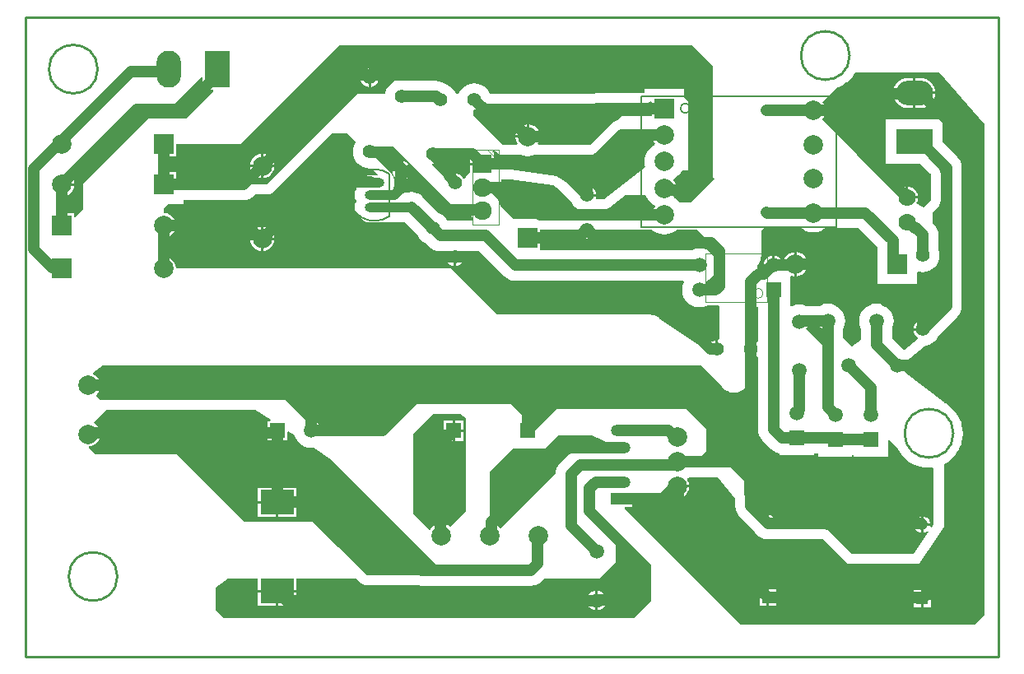
<source format=gbl>
G04*
G04 #@! TF.GenerationSoftware,Altium Limited,Altium Designer,19.0.15 (446)*
G04*
G04 Layer_Physical_Order=2*
G04 Layer_Color=16711680*
%FSLAX24Y24*%
%MOIN*%
G70*
G01*
G75*
%ADD10R,0.1378X0.0984*%
%ADD11C,0.0450*%
%ADD12C,0.0400*%
%ADD13C,0.0100*%
%ADD14C,0.0039*%
%ADD15C,0.0079*%
%ADD16R,0.1500X0.1000*%
%ADD17O,0.1500X0.1000*%
%ADD18C,0.0787*%
%ADD19C,0.0591*%
%ADD20R,0.0630X0.0630*%
%ADD21R,0.0591X0.0591*%
%ADD22C,0.0472*%
%ADD23R,0.0472X0.0472*%
%ADD24C,0.0700*%
%ADD25C,0.0551*%
%ADD26R,0.0787X0.0787*%
%ADD27R,0.0591X0.0591*%
%ADD28C,0.0756*%
%ADD29R,0.0756X0.0756*%
%ADD30R,0.0787X0.0787*%
%ADD31O,0.1000X0.1500*%
%ADD32R,0.1000X0.1500*%
%ADD33O,0.0787X0.0394*%
%ADD34O,0.0787X0.0394*%
%ADD35O,0.0787X0.0472*%
%ADD36R,0.0787X0.0472*%
G36*
X25385Y22483D02*
Y22242D01*
X25878D01*
Y22142D01*
X25385D01*
Y21900D01*
X24150D01*
X23970Y21720D01*
X23907Y21701D01*
X23798Y21643D01*
X23703Y21565D01*
X22877Y20739D01*
X20776D01*
X20754Y20784D01*
X20781Y20819D01*
X20831Y20939D01*
X20841Y21018D01*
X20350D01*
X19859D01*
X19869Y20939D01*
X19919Y20819D01*
X19946Y20784D01*
X19924Y20739D01*
X19335D01*
X18150Y21924D01*
Y22138D01*
X18188Y22171D01*
X18189Y22171D01*
X18287Y22184D01*
X18378Y22222D01*
X18457Y22282D01*
X18517Y22361D01*
X18552Y22444D01*
X18601Y22469D01*
X18625Y22451D01*
X18723Y22410D01*
X18827Y22397D01*
X18827Y22397D01*
X22994D01*
X23000Y22397D01*
X23007Y22397D01*
X23053Y22404D01*
X23092Y22409D01*
X23162Y22416D01*
X25085D01*
X25189Y22430D01*
X25286Y22470D01*
X25335Y22507D01*
X25385Y22483D01*
D02*
G37*
G36*
X25380Y21121D02*
X25397Y20992D01*
X25447Y20872D01*
X25499Y20804D01*
X25485Y20740D01*
X25435Y20713D01*
X25314Y20614D01*
X25215Y20493D01*
X25142Y20355D01*
X25096Y20206D01*
X25081Y20050D01*
X25096Y19894D01*
X25117Y19825D01*
X23464Y18540D01*
X23140D01*
X23112Y18581D01*
X23116Y18591D01*
X23122Y18639D01*
X22750D01*
Y18689D01*
X22700D01*
Y19061D01*
X22652Y19055D01*
X22561Y19017D01*
X22482Y18957D01*
X22432Y18892D01*
X21522Y19472D01*
X18978Y19823D01*
Y19900D01*
X18500D01*
X18022D01*
Y19623D01*
X17947Y19562D01*
X17850Y19443D01*
X17818Y19383D01*
X17743Y19352D01*
X17728Y19389D01*
X17668Y19468D01*
X17589Y19528D01*
X17498Y19566D01*
X17450Y19572D01*
Y19200D01*
X17350D01*
Y19572D01*
X17302Y19566D01*
X17211Y19528D01*
X17132Y19468D01*
X17078Y19398D01*
X17022Y19383D01*
X16478Y19927D01*
X16490Y19952D01*
X16504Y19972D01*
X16598Y19984D01*
X16689Y20022D01*
X16768Y20082D01*
X16828Y20161D01*
X16866Y20252D01*
X16872Y20300D01*
X16500D01*
Y20400D01*
X16923D01*
D01*
X18022D01*
Y20000D01*
X18500D01*
X18978D01*
Y20428D01*
X18943D01*
X18924Y20474D01*
X18977Y20527D01*
X19049Y20454D01*
X19133Y20390D01*
X19230Y20349D01*
X19335Y20336D01*
X19335Y20336D01*
X19924D01*
X19937Y20337D01*
X19950Y20336D01*
X19989Y20344D01*
X20015Y20347D01*
X20045Y20331D01*
X20194Y20286D01*
X20350Y20271D01*
X20506Y20286D01*
X20655Y20331D01*
X20686Y20347D01*
X20711Y20344D01*
X20750Y20336D01*
X20763Y20337D01*
X20776Y20336D01*
X22877D01*
X22877Y20336D01*
X22982Y20349D01*
X23079Y20390D01*
X23162Y20454D01*
X23830Y21121D01*
X25380Y21121D01*
D02*
G37*
G36*
X27850Y23900D02*
Y19411D01*
X27900Y19361D01*
X26939Y18400D01*
X26502D01*
X26442Y18472D01*
X26321Y18571D01*
X26271Y18598D01*
X26254Y18658D01*
X26310Y18730D01*
X26359Y18850D01*
X26370Y18929D01*
X25878D01*
Y19029D01*
X26370D01*
X26359Y19108D01*
X26310Y19228D01*
X26254Y19301D01*
X26271Y19360D01*
X26321Y19387D01*
X26442Y19486D01*
X26541Y19607D01*
X26582Y19683D01*
X26599Y19700D01*
X26850D01*
Y22500D01*
X26672Y22678D01*
Y22985D01*
X25085D01*
Y22820D01*
X23142D01*
X23019Y22808D01*
X22994Y22800D01*
X18827D01*
X18815Y22812D01*
X18753Y22927D01*
X18669Y23030D01*
X18566Y23114D01*
X18449Y23177D01*
X18321Y23216D01*
X18189Y23229D01*
X18057Y23216D01*
X17929Y23177D01*
X17812Y23114D01*
X17709Y23030D01*
X17625Y22927D01*
X17562Y22810D01*
X17559Y22800D01*
X17441D01*
X17438Y22810D01*
X17375Y22927D01*
X17291Y23030D01*
X17188Y23114D01*
X17071Y23177D01*
X17018Y23193D01*
X16983Y23222D01*
X16874Y23280D01*
X16756Y23316D01*
X16634Y23328D01*
X15507D01*
X15382Y23366D01*
X15250Y23379D01*
X15118Y23366D01*
X14990Y23327D01*
X14873Y23264D01*
X14770Y23180D01*
X14686Y23077D01*
X14623Y22960D01*
X14584Y22832D01*
X14581Y22800D01*
X13444D01*
X9768Y19124D01*
X6103D01*
Y19617D01*
X5609D01*
Y20280D01*
X6103D01*
Y20774D01*
X8750D01*
X12726Y24750D01*
X27000D01*
X27850Y23900D01*
D02*
G37*
G36*
X7184Y23469D02*
Y22950D01*
X7612D01*
X7632Y22904D01*
X6528Y21800D01*
X5000D01*
X2350Y19150D01*
Y18123D01*
X2031Y17804D01*
X1985Y17823D01*
Y17967D01*
X1491D01*
Y18626D01*
X1620Y18643D01*
X1740Y18692D01*
X1843Y18772D01*
X1922Y18875D01*
X1972Y18995D01*
X1982Y19074D01*
X1491D01*
Y19174D01*
X1982D01*
X1972Y19253D01*
X1922Y19373D01*
X1843Y19476D01*
X1807Y19504D01*
X1803Y19553D01*
X4400Y22150D01*
X5800D01*
X7138Y23488D01*
X7184Y23469D01*
D02*
G37*
G36*
X25159Y18641D02*
X25215Y18536D01*
X25314Y18415D01*
X25435Y18316D01*
X25485Y18289D01*
X25499Y18225D01*
X25447Y18157D01*
X25397Y18037D01*
X25387Y17958D01*
X25878D01*
Y17858D01*
X25387D01*
X25397Y17779D01*
X25416Y17734D01*
X25397Y17702D01*
X25381Y17687D01*
X23315D01*
X23314Y17688D01*
X23230Y17791D01*
X23127Y17875D01*
X23010Y17938D01*
X22890Y17975D01*
X22886Y18000D01*
X22890Y18025D01*
X23010Y18062D01*
X23127Y18125D01*
X23141Y18136D01*
X23464D01*
X23491Y18140D01*
X23519Y18140D01*
X23543Y18147D01*
X23568Y18150D01*
X23594Y18161D01*
X23620Y18168D01*
X23642Y18181D01*
X23665Y18190D01*
X23687Y18207D01*
X23711Y18221D01*
X24327Y18700D01*
X25100D01*
X25159Y18641D01*
D02*
G37*
G36*
X21380Y19085D02*
X21618Y18933D01*
X22124Y18427D01*
X22186Y18312D01*
X22270Y18209D01*
X22373Y18125D01*
X22490Y18062D01*
X22610Y18025D01*
X22614Y18000D01*
X22610Y17975D01*
X22490Y17938D01*
X22373Y17875D01*
X22270Y17791D01*
X22186Y17688D01*
X22185Y17687D01*
X21144D01*
Y17744D01*
X19765D01*
X19257Y18252D01*
X19222Y18367D01*
X19150Y18502D01*
X19053Y18621D01*
X18934Y18718D01*
X18927Y18722D01*
X18917Y18768D01*
X18966Y18884D01*
X18975Y18959D01*
X18500D01*
Y19059D01*
X18975D01*
X18967Y19122D01*
X18997Y19172D01*
X19278D01*
Y19322D01*
X19659D01*
X21380Y19085D01*
D02*
G37*
G36*
X17150Y18432D02*
Y18300D01*
X18034D01*
X18061Y18258D01*
X18034Y18193D01*
X18024Y18118D01*
X18500D01*
Y18018D01*
X18024D01*
X18034Y17943D01*
X18083Y17827D01*
X18159Y17728D01*
X18156Y17709D01*
X18145Y17678D01*
X17091D01*
X17064Y17727D01*
X16980Y17830D01*
X16877Y17914D01*
X16762Y17976D01*
X16094Y18644D01*
X15999Y18722D01*
X15890Y18780D01*
X15773Y18816D01*
X15650Y18828D01*
X15527Y18816D01*
X15484Y18803D01*
X14847D01*
Y18870D01*
X14901Y18970D01*
X14935Y19083D01*
X14947Y19200D01*
X14935Y19317D01*
X14901Y19430D01*
X14847Y19530D01*
Y19553D01*
X14218Y20182D01*
X14278Y20261D01*
X14316Y20352D01*
X14322Y20400D01*
X13950D01*
Y20500D01*
X14322D01*
X14316Y20548D01*
X14294Y20600D01*
X14328Y20650D01*
X14932D01*
X17150Y18432D01*
D02*
G37*
G36*
X27950Y16550D02*
X28100D01*
Y15773D01*
X28100Y15769D01*
Y15122D01*
X27828Y14850D01*
X27699D01*
X27685Y14953D01*
X27645Y15049D01*
X27582Y15132D01*
X27553Y15154D01*
X27562Y15203D01*
X27567Y15205D01*
X27688Y15269D01*
X27794Y15356D01*
X27881Y15462D01*
X27945Y15583D01*
X27985Y15714D01*
X27999Y15850D01*
X27985Y15986D01*
X27945Y16117D01*
X27881Y16238D01*
X27794Y16344D01*
X27688Y16431D01*
X27567Y16495D01*
X27436Y16535D01*
X27300Y16549D01*
X27164Y16535D01*
X27033Y16495D01*
X27000Y16478D01*
X20844D01*
Y16900D01*
X20350D01*
Y17000D01*
X20844D01*
Y17284D01*
X22375D01*
X22384Y17213D01*
X22422Y17122D01*
X22482Y17043D01*
X22561Y16983D01*
X22652Y16945D01*
X22750Y16932D01*
X22848Y16945D01*
X22939Y16983D01*
X23018Y17043D01*
X23078Y17122D01*
X23116Y17213D01*
X23125Y17284D01*
X25388D01*
X25435Y17245D01*
X25573Y17171D01*
X25723Y17126D01*
X25878Y17111D01*
X26034Y17126D01*
X26184Y17171D01*
X26321Y17245D01*
X26402Y17311D01*
X27189D01*
X27950Y16550D01*
D02*
G37*
G36*
X37445Y19989D02*
X37485Y19939D01*
X37506Y19901D01*
X37518Y19859D01*
X37525Y19796D01*
Y14220D01*
X37518Y14157D01*
X37506Y14115D01*
X37485Y14076D01*
X37445Y14027D01*
X36915Y13497D01*
X36905Y13485D01*
X36893Y13476D01*
X36762Y13345D01*
X36710Y13363D01*
X36678Y13439D01*
X36618Y13518D01*
X36539Y13578D01*
X36448Y13616D01*
X36400Y13622D01*
Y13250D01*
X36350D01*
Y13200D01*
X35978D01*
X35984Y13152D01*
X36022Y13061D01*
X36082Y12982D01*
X36143Y12935D01*
X36146Y12931D01*
X36149Y12885D01*
X36146Y12874D01*
X35604Y12436D01*
X35586Y12445D01*
X35550Y12456D01*
X35117Y12890D01*
Y13342D01*
X35154Y13464D01*
X35167Y13600D01*
X35154Y13736D01*
X35114Y13867D01*
X35049Y13988D01*
X34963Y14094D01*
X34857Y14181D01*
X34736Y14245D01*
X34605Y14285D01*
X34469Y14299D01*
X34332Y14285D01*
X34201Y14245D01*
X34080Y14181D01*
X33974Y14094D01*
X33888Y13988D01*
X33823Y13867D01*
X33783Y13736D01*
X33770Y13600D01*
X33783Y13464D01*
X33823Y13333D01*
X33861Y13262D01*
Y12838D01*
X33487Y12552D01*
X33480Y12556D01*
X33128Y12908D01*
Y13300D01*
X33145Y13333D01*
X33185Y13464D01*
X33199Y13600D01*
X33185Y13736D01*
X33145Y13867D01*
X33081Y13988D01*
X32994Y14094D01*
X32888Y14181D01*
X32767Y14245D01*
X32636Y14285D01*
X32500Y14299D01*
X32364Y14285D01*
X32233Y14245D01*
X32171Y14212D01*
X31621D01*
X31617Y14214D01*
X31486Y14254D01*
X31350Y14267D01*
X31214Y14254D01*
X31083Y14214D01*
X31038Y14190D01*
X30995Y14216D01*
Y15402D01*
X31037Y15429D01*
X31062Y15419D01*
X31141Y15409D01*
Y15900D01*
Y16391D01*
X31062Y16381D01*
X30942Y16331D01*
X30839Y16252D01*
X30760Y16149D01*
X30710Y16029D01*
X30709Y16025D01*
X30658Y16018D01*
X30645Y16049D01*
X30582Y16132D01*
X30499Y16195D01*
X30403Y16235D01*
X30350Y16242D01*
Y15850D01*
X30300D01*
Y15800D01*
X29908D01*
X29915Y15747D01*
X29955Y15651D01*
X29997Y15595D01*
X29973Y15545D01*
X29650D01*
Y15854D01*
X29662Y15871D01*
X29688Y15900D01*
X29710Y15933D01*
X29728Y15968D01*
X29747Y16002D01*
X29762Y16038D01*
X29772Y16076D01*
X29785Y16114D01*
X29793Y16152D01*
X29795Y16191D01*
X29800Y16231D01*
Y17259D01*
X29910Y17369D01*
X29916Y17367D01*
X30039Y17355D01*
X31436D01*
X31479Y17320D01*
X31616Y17246D01*
X31766Y17201D01*
X31922Y17186D01*
X32077Y17201D01*
X32227Y17246D01*
X32365Y17320D01*
X32408Y17355D01*
X33757D01*
X34512Y16600D01*
Y16069D01*
X34515Y16038D01*
Y15106D01*
X36103D01*
Y15577D01*
X36143Y15607D01*
X36218Y15584D01*
X36350Y15571D01*
X36482Y15584D01*
X36610Y15623D01*
X36727Y15686D01*
X36830Y15770D01*
X36914Y15873D01*
X36977Y15990D01*
X37016Y16118D01*
X37029Y16250D01*
X37016Y16382D01*
X36978Y16507D01*
Y17086D01*
X36966Y17209D01*
X36930Y17327D01*
X36872Y17435D01*
X36794Y17530D01*
X36751Y17573D01*
Y17981D01*
X36957Y18187D01*
X37021Y18270D01*
X37062Y18368D01*
X37075Y18472D01*
X37075Y18472D01*
Y19556D01*
X37075Y19556D01*
X37062Y19660D01*
X37021Y19757D01*
X36957Y19841D01*
X36582Y20216D01*
X36603Y20266D01*
X36850D01*
Y20513D01*
X36900Y20533D01*
X37445Y19989D01*
D02*
G37*
G36*
X29605Y14589D02*
Y14155D01*
X29672D01*
Y12769D01*
X29622Y12745D01*
X29578Y12778D01*
X29487Y12816D01*
X29439Y12822D01*
Y12450D01*
Y12078D01*
X29487Y12084D01*
X29578Y12122D01*
X29622Y12155D01*
X29672Y12131D01*
Y9214D01*
X29684Y9091D01*
X29720Y8973D01*
X29778Y8865D01*
X29856Y8770D01*
X30220Y8406D01*
X30315Y8328D01*
X30423Y8270D01*
X30541Y8234D01*
X30555Y8233D01*
Y8155D01*
X31945D01*
Y8222D01*
X32105D01*
Y8105D01*
X33495D01*
Y8172D01*
X33555D01*
Y8105D01*
X34945D01*
Y8771D01*
X34991Y8790D01*
X35323Y8458D01*
X35337Y8426D01*
X35356Y8392D01*
X35374Y8356D01*
X35482Y8195D01*
X35508Y8166D01*
X35532Y8134D01*
X35669Y7997D01*
X35700Y7973D01*
X35730Y7947D01*
X35891Y7839D01*
X35927Y7822D01*
X35961Y7802D01*
X36140Y7728D01*
X36178Y7717D01*
X36216Y7705D01*
X36406Y7667D01*
X36445Y7664D01*
X36485Y7659D01*
X36679D01*
X36718Y7664D01*
X36747Y7666D01*
X36783Y7646D01*
X36797Y7635D01*
Y5380D01*
X36703Y5237D01*
X36658Y5260D01*
X36659Y5262D01*
X36664Y5300D01*
X36381D01*
Y5017D01*
X36419Y5022D01*
X36501Y5056D01*
X36548Y5092D01*
X36585Y5058D01*
X35992Y4153D01*
X33480D01*
X32576Y5057D01*
X32493Y5121D01*
X32395Y5162D01*
X32291Y5175D01*
X32291Y5175D01*
X30389D01*
X30367Y5220D01*
X30375Y5230D01*
X30409Y5312D01*
X30414Y5350D01*
X30082D01*
Y5400D01*
X30031D01*
Y5733D01*
X29994Y5728D01*
X29912Y5694D01*
X29842Y5640D01*
X29788Y5570D01*
X29754Y5488D01*
X29753Y5480D01*
X29706Y5464D01*
X29244Y5926D01*
X29204Y5975D01*
X29183Y6013D01*
X29171Y6055D01*
X29164Y6118D01*
Y6393D01*
X29160Y6425D01*
X29159Y6458D01*
X29153Y6477D01*
X29151Y6498D01*
X29138Y6528D01*
X29129Y6559D01*
X29118Y6576D01*
X29118Y6576D01*
Y7132D01*
X28443Y7807D01*
X28461Y7854D01*
X29118Y7895D01*
Y7900D01*
X27215D01*
X27196Y7946D01*
X27582Y8332D01*
Y9482D01*
X27600Y9500D01*
X26850Y10250D01*
X21600D01*
X21050Y9700D01*
X20500D01*
X20400Y9600D01*
X19650Y10350D01*
Y10450D01*
X15850D01*
X14550Y9150D01*
X11988D01*
X11974Y9253D01*
X11934Y9349D01*
X11871Y9432D01*
X11788Y9495D01*
X11692Y9535D01*
X11639Y9542D01*
Y9150D01*
X11539D01*
Y9542D01*
X11486Y9535D01*
X11436Y9514D01*
X10550Y10400D01*
X3050D01*
X2885Y10565D01*
X2889Y10615D01*
X2911Y10632D01*
X2991Y10735D01*
X3040Y10855D01*
X3051Y10934D01*
X2559D01*
Y11034D01*
X3051D01*
X3040Y11113D01*
X2991Y11233D01*
X2911Y11336D01*
X2808Y11416D01*
X2741Y11443D01*
X2738Y11493D01*
X2750Y11500D01*
X3150Y11800D01*
X27394Y11800D01*
X28160Y11034D01*
X28160Y11034D01*
X28173Y11011D01*
X28184Y10987D01*
X28200Y10966D01*
X28213Y10943D01*
X28232Y10924D01*
X28248Y10903D01*
X28303Y10848D01*
X28324Y10832D01*
X28340Y10815D01*
X28343Y10813D01*
X28366Y10800D01*
X28387Y10784D01*
X28411Y10773D01*
X28434Y10760D01*
X28506Y10730D01*
X28532Y10723D01*
X28556Y10713D01*
X28583Y10710D01*
X28608Y10703D01*
X28635D01*
X28661Y10700D01*
X28739D01*
X28765Y10703D01*
X28792D01*
X28817Y10710D01*
X28844Y10713D01*
X28868Y10723D01*
X28894Y10730D01*
X28966Y10760D01*
X28989Y10773D01*
X29013Y10784D01*
X29034Y10800D01*
X29057Y10813D01*
X29076Y10832D01*
X29097Y10848D01*
X29152Y10903D01*
X29168Y10924D01*
X29187Y10943D01*
X29200Y10966D01*
X29216Y10987D01*
X29227Y11011D01*
X29240Y11034D01*
X29270Y11106D01*
X29277Y11132D01*
X29287Y11156D01*
X29290Y11183D01*
X29297Y11208D01*
Y11235D01*
X29300Y11261D01*
Y11775D01*
Y12045D01*
X29338Y12078D01*
X29339Y12078D01*
Y12450D01*
Y12822D01*
X29338Y12822D01*
X29300Y12855D01*
Y14350D01*
X29559Y14609D01*
X29605Y14589D01*
D02*
G37*
G36*
X32138Y13759D02*
X32115Y13703D01*
X32108Y13650D01*
X32500D01*
Y13600D01*
X32550D01*
Y13208D01*
X32603Y13215D01*
X32643Y13196D01*
X32650Y13175D01*
X32510Y12471D01*
X32462Y12456D01*
X31632Y13287D01*
X31695Y13369D01*
X31735Y13465D01*
X31742Y13519D01*
X31350D01*
Y13619D01*
X31742D01*
X31735Y13672D01*
X31699Y13759D01*
X31720Y13809D01*
X32105D01*
X32138Y13759D01*
D02*
G37*
G36*
X13400Y20845D02*
X13386Y20827D01*
X13323Y20710D01*
X13284Y20582D01*
X13271Y20450D01*
X13284Y20318D01*
X13323Y20190D01*
X13386Y20073D01*
X13470Y19970D01*
X13573Y19886D01*
X13690Y19823D01*
X13818Y19784D01*
X13950Y19771D01*
X14049Y19781D01*
X14284Y19546D01*
X14265Y19499D01*
X13953D01*
X13876Y19489D01*
X13803Y19459D01*
X13741Y19412D01*
X13694Y19350D01*
X13664Y19277D01*
X13656Y19218D01*
X13620Y19199D01*
X13529Y19124D01*
X13454Y19033D01*
X13399Y18930D01*
X13365Y18817D01*
X13353Y18700D01*
X13365Y18583D01*
X13399Y18470D01*
X13410Y18450D01*
X13399Y18430D01*
X13365Y18317D01*
X13353Y18200D01*
X13365Y18083D01*
X13399Y17970D01*
X13454Y17867D01*
X13529Y17776D01*
X13620Y17701D01*
X13724Y17646D01*
X13836Y17612D01*
X13953Y17600D01*
X14118D01*
X14150Y17597D01*
X15365D01*
X15874Y17088D01*
X15936Y16973D01*
X16020Y16870D01*
X16123Y16786D01*
X16238Y16724D01*
X16356Y16606D01*
X16451Y16528D01*
X16560Y16470D01*
X16677Y16434D01*
X16800Y16422D01*
X17039D01*
X17065Y16372D01*
X17034Y16298D01*
X17028Y16250D01*
X17400D01*
X17772D01*
X17766Y16298D01*
X17735Y16372D01*
X17761Y16422D01*
X18390D01*
X19406Y15406D01*
X19501Y15328D01*
X19610Y15270D01*
X19727Y15234D01*
X19850Y15222D01*
X26662D01*
X26688Y15179D01*
X26655Y15117D01*
X26615Y14986D01*
X26601Y14850D01*
X26615Y14714D01*
X26655Y14583D01*
X26719Y14462D01*
X26806Y14356D01*
X26912Y14269D01*
X27033Y14205D01*
X27164Y14165D01*
X27300Y14151D01*
X27436Y14165D01*
X27567Y14205D01*
X27600Y14222D01*
X27950D01*
X28050Y14232D01*
X28100Y14196D01*
Y12868D01*
X28061Y12832D01*
Y12450D01*
X27961D01*
Y12822D01*
X27913Y12816D01*
X27822Y12778D01*
X27743Y12718D01*
X27683Y12639D01*
X27645Y12548D01*
X27643Y12536D01*
X27604Y12505D01*
X27424Y12530D01*
X25717Y13682D01*
X25697Y13702D01*
X25676Y13718D01*
X25657Y13737D01*
X25634Y13750D01*
X25613Y13766D01*
X25589Y13777D01*
X25566Y13790D01*
X25494Y13820D01*
X25468Y13827D01*
X25444Y13837D01*
X25417Y13840D01*
X25392Y13847D01*
X25365D01*
X25339Y13850D01*
X19100D01*
X17226Y15724D01*
X6107D01*
X6090Y15853D01*
X6040Y15973D01*
X5961Y16076D01*
X5858Y16155D01*
X5738Y16205D01*
X5609Y16222D01*
Y16976D01*
X5738Y16993D01*
X5858Y17042D01*
X5961Y17122D01*
X6040Y17225D01*
X6090Y17345D01*
X6100Y17424D01*
X5609D01*
Y17524D01*
X6100D01*
X6090Y17602D01*
X6040Y17723D01*
X5961Y17826D01*
X5858Y17905D01*
X5738Y17955D01*
X5609Y17972D01*
Y18159D01*
X5780Y18330D01*
X6403D01*
Y18496D01*
X8841D01*
X8964Y18508D01*
X9082Y18543D01*
X9190Y18601D01*
X9285Y18680D01*
X9326Y18720D01*
X9768D01*
X9873Y18734D01*
X9970Y18774D01*
X10053Y18838D01*
X10053Y18838D01*
X12410Y21194D01*
X13050D01*
X13400Y20845D01*
D02*
G37*
G36*
X17850Y9653D02*
Y5900D01*
X17202Y5252D01*
X17099Y5331D01*
X16979Y5381D01*
X16900Y5391D01*
Y4900D01*
X16800D01*
Y5391D01*
X16721Y5381D01*
X16601Y5331D01*
X16498Y5252D01*
X16420Y5151D01*
X16413Y5143D01*
X16363Y5137D01*
X15700Y5800D01*
Y9000D01*
X15710D01*
X16532Y9822D01*
X17622D01*
X17850Y9653D01*
D02*
G37*
G36*
X23380Y8750D02*
X23490Y8698D01*
X23472Y8717D01*
X23462Y8729D01*
X23471Y8722D01*
X23490Y8698D01*
X23587Y8618D01*
X23634Y8594D01*
X23615Y8549D01*
X23610Y8511D01*
X23939D01*
X23943Y8511D01*
X24100D01*
Y8411D01*
X23943D01*
X23939Y8411D01*
X23583D01*
X23574Y8400D01*
X22486D01*
X22363Y8388D01*
X22245Y8352D01*
X22137Y8294D01*
X22042Y8216D01*
X21656Y7830D01*
X21578Y7735D01*
X21520Y7627D01*
X21484Y7509D01*
X21476Y7426D01*
X19255Y5205D01*
X19205Y5208D01*
X19171Y5252D01*
X19067Y5331D01*
X18947Y5381D01*
X18819Y5398D01*
Y7509D01*
X19745Y8435D01*
X21065D01*
X21580Y8950D01*
X22950D01*
X23380Y8750D01*
D02*
G37*
G36*
X38850Y21550D02*
Y21000D01*
Y1700D01*
X38450Y1300D01*
X28981D01*
X24269Y6012D01*
X24288Y6058D01*
X24594D01*
Y6344D01*
X24100D01*
Y6444D01*
X24257D01*
X24261Y6444D01*
X24594D01*
Y6500D01*
X25937D01*
X25994Y6557D01*
X26044Y6553D01*
X26048Y6548D01*
X26151Y6469D01*
X26271Y6419D01*
X26350Y6409D01*
Y6900D01*
X26400D01*
Y6950D01*
X26891D01*
X26881Y7029D01*
X26831Y7149D01*
X26810Y7176D01*
X26821Y7225D01*
X26843Y7237D01*
X26886Y7272D01*
X28045D01*
X28759Y6396D01*
X28760Y6393D01*
Y6373D01*
X28761Y6367D01*
Y6099D01*
X28773Y5976D01*
X28809Y5858D01*
X28848Y5785D01*
X28848Y5785D01*
X28867Y5750D01*
X28892Y5719D01*
X28892Y5719D01*
X28945Y5655D01*
X29420Y5179D01*
X29545Y5055D01*
X29550Y5045D01*
X29629Y4948D01*
X29726Y4868D01*
X29837Y4809D01*
X29957Y4773D01*
X30082Y4761D01*
X30196Y4772D01*
X32264D01*
X32290Y4769D01*
X32310Y4753D01*
X33195Y3868D01*
X33195Y3868D01*
X33195Y3868D01*
X33313Y3750D01*
X33480D01*
X33480Y3750D01*
X33480Y3750D01*
X36209D01*
X36329Y3932D01*
X36746Y4567D01*
X37200Y5259D01*
Y7801D01*
X37202Y7802D01*
X37236Y7822D01*
X37272Y7839D01*
X37433Y7947D01*
X37463Y7973D01*
X37494Y7997D01*
X37631Y8134D01*
X37656Y8166D01*
X37682Y8195D01*
X37789Y8356D01*
X37807Y8392D01*
X37827Y8426D01*
X37901Y8605D01*
X37911Y8644D01*
X37924Y8681D01*
X37962Y8871D01*
X37964Y8911D01*
X37969Y8950D01*
Y9144D01*
X37964Y9183D01*
X37962Y9222D01*
X37924Y9413D01*
X37911Y9450D01*
X37901Y9488D01*
X37827Y9667D01*
X37807Y9702D01*
X37789Y9737D01*
X37682Y9898D01*
X37656Y9928D01*
X37631Y9960D01*
X37494Y10097D01*
X37463Y10121D01*
X37433Y10147D01*
X37272Y10255D01*
X37237Y10272D01*
X37202Y10292D01*
X37200Y10293D01*
Y10349D01*
X37191Y10344D01*
X35633Y11502D01*
X35626Y11551D01*
X35664Y11601D01*
X35704Y11697D01*
X35711Y11750D01*
X35319D01*
Y11850D01*
X35711D01*
X35704Y11903D01*
X35674Y11974D01*
X36422Y12578D01*
X36482Y12584D01*
X36610Y12623D01*
X36727Y12686D01*
X36830Y12770D01*
X36914Y12873D01*
X36976Y12988D01*
X37179Y13191D01*
X37200Y13208D01*
Y13212D01*
X37744Y13756D01*
X37822Y13851D01*
X37841Y13886D01*
X37841Y13886D01*
X37880Y13960D01*
X37916Y14077D01*
X37928Y14200D01*
Y19816D01*
X37916Y19938D01*
X37880Y20056D01*
X37841Y20130D01*
X37841Y20130D01*
X37822Y20165D01*
X37757Y20245D01*
X37757Y20245D01*
X37744Y20260D01*
X37150Y20854D01*
Y21766D01*
X34850D01*
Y19966D01*
X36262D01*
X36653Y19574D01*
X36669Y19554D01*
X36672Y19529D01*
Y18498D01*
X36669Y18473D01*
X36653Y18453D01*
X36388Y18188D01*
X36095Y18363D01*
X36093Y18373D01*
X36138Y18483D01*
X36147Y18550D01*
X35700D01*
Y18600D01*
X35650D01*
Y19047D01*
X35583Y19038D01*
X35473Y18993D01*
X35379Y18921D01*
X35307Y18827D01*
X35296Y18801D01*
X35247Y18791D01*
X32274Y21765D01*
X32353Y21868D01*
X32403Y21988D01*
X32413Y22067D01*
X31922D01*
Y22167D01*
X32413D01*
X32403Y22246D01*
X32353Y22366D01*
X32274Y22469D01*
X32833Y23029D01*
X32841Y23031D01*
X33021Y23105D01*
X33055Y23125D01*
X33090Y23142D01*
X33252Y23250D01*
X33281Y23276D01*
X33313Y23300D01*
X33450Y23437D01*
X33474Y23469D01*
X33500Y23498D01*
X33601Y23650D01*
X37000D01*
X38850Y21550D01*
D02*
G37*
G36*
X9942Y9593D02*
X9927Y9545D01*
X9816D01*
Y9200D01*
X10211D01*
Y9150D01*
X10261D01*
Y8755D01*
X10606D01*
Y9105D01*
X10650Y9129D01*
X10923Y8950D01*
X10944Y8883D01*
X11008Y8762D01*
X11095Y8656D01*
X11201Y8569D01*
X11322Y8505D01*
X11453Y8465D01*
X11589Y8451D01*
X11672Y8460D01*
X12416Y7972D01*
X16862Y3526D01*
X16848Y3478D01*
X15950Y3300D01*
X13876D01*
X13853Y3303D01*
X13851D01*
X13850Y3304D01*
X13831Y3318D01*
X13716Y3431D01*
X11624Y5476D01*
X8874D01*
X6150Y8200D01*
X2850D01*
X2580Y8470D01*
X2598Y8523D01*
X2688Y8535D01*
X2808Y8584D01*
X2911Y8664D01*
X2991Y8767D01*
X3040Y8887D01*
X3051Y8966D01*
X2559D01*
Y9066D01*
X3051D01*
X3040Y9145D01*
X2991Y9265D01*
X2911Y9368D01*
X2814Y9443D01*
X2804Y9462D01*
X2797Y9497D01*
X3297Y9997D01*
X9326D01*
X9942Y9593D01*
D02*
G37*
G36*
X25350Y3719D02*
Y2250D01*
X24650Y1550D01*
X8050D01*
X7700Y1900D01*
Y2784D01*
X8200Y3150D01*
X9411D01*
Y2700D01*
X10200D01*
X10989D01*
Y3150D01*
X13426D01*
X13568Y3011D01*
X13608Y2981D01*
X13648Y2951D01*
X13650Y2950D01*
X13652Y2948D01*
X13699Y2930D01*
X13746Y2910D01*
X13748Y2910D01*
X13750Y2909D01*
X13800Y2903D01*
X13850Y2897D01*
X15883D01*
X15924Y2884D01*
X16047Y2872D01*
X20486D01*
X20609Y2884D01*
X20691Y2909D01*
X20727Y2920D01*
X20835Y2978D01*
X20930Y3056D01*
X21025Y3150D01*
X23250D01*
X24200Y4100D01*
Y4700D01*
X24231D01*
X24300Y4769D01*
X25350Y3719D01*
D02*
G37*
%LPC*%
G36*
X20400Y21560D02*
Y21118D01*
X20841D01*
X20831Y21197D01*
X20781Y21317D01*
X20702Y21420D01*
X20599Y21499D01*
X20479Y21549D01*
X20400Y21560D01*
D02*
G37*
G36*
X20300D02*
X20221Y21549D01*
X20101Y21499D01*
X19998Y21420D01*
X19919Y21317D01*
X19869Y21197D01*
X19859Y21118D01*
X20300D01*
Y21560D01*
D02*
G37*
G36*
X22800Y19061D02*
Y18739D01*
X23122D01*
X23116Y18787D01*
X23078Y18878D01*
X23018Y18957D01*
X22939Y19017D01*
X22848Y19055D01*
X22800Y19061D01*
D02*
G37*
G36*
X14000Y23822D02*
Y23500D01*
X14322D01*
X14316Y23548D01*
X14278Y23639D01*
X14218Y23718D01*
X14139Y23778D01*
X14048Y23816D01*
X14000Y23822D01*
D02*
G37*
G36*
X13900D02*
X13852Y23816D01*
X13761Y23778D01*
X13682Y23718D01*
X13622Y23639D01*
X13584Y23548D01*
X13578Y23500D01*
X13900D01*
Y23822D01*
D02*
G37*
G36*
X14322Y23400D02*
X14000D01*
Y23078D01*
X14048Y23084D01*
X14139Y23122D01*
X14218Y23182D01*
X14278Y23261D01*
X14316Y23352D01*
X14322Y23400D01*
D02*
G37*
G36*
X13900D02*
X13578D01*
X13584Y23352D01*
X13622Y23261D01*
X13682Y23182D01*
X13761Y23122D01*
X13852Y23084D01*
X13900Y23078D01*
Y23400D01*
D02*
G37*
G36*
X9650Y20368D02*
Y19926D01*
X10091D01*
X10081Y20005D01*
X10031Y20125D01*
X9952Y20228D01*
X9849Y20308D01*
X9729Y20357D01*
X9650Y20368D01*
D02*
G37*
G36*
X9550D02*
X9471Y20357D01*
X9351Y20308D01*
X9248Y20228D01*
X9169Y20125D01*
X9119Y20005D01*
X9109Y19926D01*
X9550D01*
Y20368D01*
D02*
G37*
G36*
X10091Y19826D02*
X9650D01*
Y19385D01*
X9729Y19395D01*
X9849Y19445D01*
X9952Y19524D01*
X10031Y19627D01*
X10081Y19748D01*
X10091Y19826D01*
D02*
G37*
G36*
X9550D02*
X9109D01*
X9119Y19748D01*
X9169Y19627D01*
X9248Y19524D01*
X9351Y19445D01*
X9471Y19395D01*
X9550Y19385D01*
Y19826D01*
D02*
G37*
G36*
X15300Y20072D02*
Y19750D01*
X15622D01*
X15616Y19798D01*
X15578Y19889D01*
X15518Y19968D01*
X15439Y20028D01*
X15348Y20066D01*
X15300Y20072D01*
D02*
G37*
G36*
X15200D02*
X15152Y20066D01*
X15061Y20028D01*
X14982Y19968D01*
X14922Y19889D01*
X14884Y19798D01*
X14878Y19750D01*
X15200D01*
Y20072D01*
D02*
G37*
G36*
X15622Y19650D02*
X15300D01*
Y19328D01*
X15348Y19334D01*
X15439Y19372D01*
X15518Y19432D01*
X15578Y19511D01*
X15616Y19602D01*
X15622Y19650D01*
D02*
G37*
G36*
X15200D02*
X14878D01*
X14884Y19602D01*
X14922Y19511D01*
X14982Y19432D01*
X15061Y19372D01*
X15152Y19334D01*
X15200Y19328D01*
Y19650D01*
D02*
G37*
G36*
X31241Y16391D02*
Y15950D01*
X31682D01*
X31672Y16029D01*
X31622Y16149D01*
X31543Y16252D01*
X31440Y16331D01*
X31320Y16381D01*
X31241Y16391D01*
D02*
G37*
G36*
X30250Y16242D02*
X30197Y16235D01*
X30101Y16195D01*
X30018Y16132D01*
X29955Y16049D01*
X29915Y15953D01*
X29908Y15900D01*
X30250D01*
Y16242D01*
D02*
G37*
G36*
X31682Y15850D02*
X31241D01*
Y15409D01*
X31320Y15419D01*
X31440Y15469D01*
X31543Y15548D01*
X31622Y15651D01*
X31672Y15771D01*
X31682Y15850D01*
D02*
G37*
G36*
X36300Y13622D02*
X36252Y13616D01*
X36161Y13578D01*
X36082Y13518D01*
X36022Y13439D01*
X35984Y13348D01*
X35978Y13300D01*
X36300D01*
Y13622D01*
D02*
G37*
G36*
X30131Y5733D02*
Y5450D01*
X30414D01*
X30409Y5488D01*
X30375Y5570D01*
X30321Y5640D01*
X30251Y5694D01*
X30169Y5728D01*
X30131Y5733D01*
D02*
G37*
G36*
X36381Y5683D02*
Y5400D01*
X36664D01*
X36659Y5438D01*
X36625Y5520D01*
X36571Y5590D01*
X36501Y5644D01*
X36419Y5678D01*
X36381Y5683D01*
D02*
G37*
G36*
X36281D02*
X36244Y5678D01*
X36162Y5644D01*
X36092Y5590D01*
X36038Y5520D01*
X36004Y5438D01*
X35999Y5400D01*
X36281D01*
Y5683D01*
D02*
G37*
G36*
Y5300D02*
X35999D01*
X36004Y5262D01*
X36038Y5180D01*
X36092Y5110D01*
X36162Y5056D01*
X36244Y5022D01*
X36281Y5017D01*
Y5300D01*
D02*
G37*
G36*
X32450Y13550D02*
X32108D01*
X32115Y13497D01*
X32155Y13401D01*
X32218Y13318D01*
X32301Y13255D01*
X32397Y13215D01*
X32450Y13208D01*
Y13550D01*
D02*
G37*
G36*
X9650Y17415D02*
Y16974D01*
X10091D01*
X10081Y17053D01*
X10031Y17173D01*
X9952Y17276D01*
X9849Y17355D01*
X9729Y17405D01*
X9650Y17415D01*
D02*
G37*
G36*
X9550D02*
X9471Y17405D01*
X9351Y17355D01*
X9248Y17276D01*
X9169Y17173D01*
X9119Y17053D01*
X9109Y16974D01*
X9550D01*
Y17415D01*
D02*
G37*
G36*
X10091Y16874D02*
X9650D01*
Y16432D01*
X9729Y16443D01*
X9849Y16492D01*
X9952Y16572D01*
X10031Y16675D01*
X10081Y16795D01*
X10091Y16874D01*
D02*
G37*
G36*
X9550D02*
X9109D01*
X9119Y16795D01*
X9169Y16675D01*
X9248Y16572D01*
X9351Y16492D01*
X9471Y16443D01*
X9550Y16432D01*
Y16874D01*
D02*
G37*
G36*
X17772Y16150D02*
X17450D01*
Y15828D01*
X17498Y15834D01*
X17589Y15872D01*
X17668Y15932D01*
X17728Y16011D01*
X17766Y16102D01*
X17772Y16150D01*
D02*
G37*
G36*
X17350D02*
X17028D01*
X17034Y16102D01*
X17072Y16011D01*
X17132Y15932D01*
X17211Y15872D01*
X17302Y15834D01*
X17350Y15828D01*
Y16150D01*
D02*
G37*
G36*
X17765Y9565D02*
X17400D01*
Y9200D01*
X17765D01*
Y9565D01*
D02*
G37*
G36*
X17300D02*
X16935D01*
Y9200D01*
X17300D01*
Y9565D01*
D02*
G37*
G36*
X17765Y9100D02*
X17400D01*
Y8735D01*
X17765D01*
Y9100D01*
D02*
G37*
G36*
X17300D02*
X16935D01*
Y8735D01*
X17300D01*
Y9100D01*
D02*
G37*
G36*
X36250Y23437D02*
X36050D01*
Y22884D01*
X36848D01*
X36841Y22952D01*
X36807Y23065D01*
X36751Y23169D01*
X36676Y23261D01*
X36585Y23336D01*
X36481Y23391D01*
X36368Y23426D01*
X36250Y23437D01*
D02*
G37*
G36*
X35950D02*
X35750D01*
X35632Y23426D01*
X35519Y23391D01*
X35415Y23336D01*
X35324Y23261D01*
X35249Y23169D01*
X35193Y23065D01*
X35159Y22952D01*
X35152Y22884D01*
X35950D01*
Y23437D01*
D02*
G37*
G36*
X36848Y22784D02*
X36050D01*
Y22231D01*
X36250D01*
X36368Y22243D01*
X36481Y22277D01*
X36585Y22333D01*
X36676Y22408D01*
X36751Y22499D01*
X36807Y22604D01*
X36841Y22717D01*
X36848Y22784D01*
D02*
G37*
G36*
X35950D02*
X35152D01*
X35159Y22717D01*
X35193Y22604D01*
X35249Y22499D01*
X35324Y22408D01*
X35415Y22333D01*
X35519Y22277D01*
X35632Y22243D01*
X35750Y22231D01*
X35950D01*
Y22784D01*
D02*
G37*
G36*
X35750Y19047D02*
Y18650D01*
X36147D01*
X36138Y18717D01*
X36093Y18827D01*
X36021Y18921D01*
X35927Y18993D01*
X35817Y19038D01*
X35750Y19047D01*
D02*
G37*
G36*
X26891Y6850D02*
X26450D01*
Y6409D01*
X26529Y6419D01*
X26649Y6469D01*
X26752Y6548D01*
X26831Y6651D01*
X26881Y6771D01*
X26891Y6850D01*
D02*
G37*
G36*
X30418Y2736D02*
X30131D01*
Y2450D01*
X30418D01*
Y2736D01*
D02*
G37*
G36*
X30031D02*
X29745D01*
Y2450D01*
X30031D01*
Y2736D01*
D02*
G37*
G36*
X36668Y2686D02*
X36381D01*
Y2400D01*
X36668D01*
Y2686D01*
D02*
G37*
G36*
X36281D02*
X35995D01*
Y2400D01*
X36281D01*
Y2686D01*
D02*
G37*
G36*
X30418Y2350D02*
X30131D01*
Y2064D01*
X30418D01*
Y2350D01*
D02*
G37*
G36*
X30031D02*
X29745D01*
Y2064D01*
X30031D01*
Y2350D01*
D02*
G37*
G36*
X36668Y2300D02*
X36381D01*
Y2014D01*
X36668D01*
Y2300D01*
D02*
G37*
G36*
X36281D02*
X35995D01*
Y2014D01*
X36281D01*
Y2300D01*
D02*
G37*
G36*
X10161Y9100D02*
X9816D01*
Y8755D01*
X10161D01*
Y9100D01*
D02*
G37*
G36*
X10989Y6842D02*
X10250D01*
Y6300D01*
X10989D01*
Y6842D01*
D02*
G37*
G36*
X10150D02*
X9411D01*
Y6300D01*
X10150D01*
Y6842D01*
D02*
G37*
G36*
X10989Y6200D02*
X10250D01*
Y5658D01*
X10989D01*
Y6200D01*
D02*
G37*
G36*
X10150D02*
X9411D01*
Y5658D01*
X10150D01*
Y6200D01*
D02*
G37*
G36*
X23189Y2674D02*
Y2332D01*
X23531D01*
X23524Y2385D01*
X23484Y2481D01*
X23421Y2563D01*
X23338Y2627D01*
X23242Y2667D01*
X23189Y2674D01*
D02*
G37*
G36*
X23089D02*
X23036Y2667D01*
X22940Y2627D01*
X22857Y2563D01*
X22794Y2481D01*
X22754Y2385D01*
X22747Y2332D01*
X23089D01*
Y2674D01*
D02*
G37*
G36*
X10989Y2600D02*
X10250D01*
Y2058D01*
X10989D01*
Y2600D01*
D02*
G37*
G36*
X10150D02*
X9411D01*
Y2058D01*
X10150D01*
Y2600D01*
D02*
G37*
G36*
X23531Y2231D02*
X23189D01*
Y1889D01*
X23242Y1896D01*
X23338Y1936D01*
X23421Y2000D01*
X23484Y2082D01*
X23524Y2178D01*
X23531Y2231D01*
D02*
G37*
G36*
X23089D02*
X22747D01*
X22754Y2178D01*
X22794Y2082D01*
X22857Y2000D01*
X22940Y1936D01*
X23036Y1896D01*
X23089Y1889D01*
Y2231D01*
D02*
G37*
%LPD*%
D10*
X10200Y2650D02*
D03*
Y6250D02*
D03*
D11*
X29389Y7900D02*
Y12450D01*
Y7850D02*
Y7900D01*
X30250D01*
X28150D02*
X29389D01*
Y7039D02*
X30250Y7900D01*
X29389Y6099D02*
Y7039D01*
X28150Y7900D02*
Y8950D01*
X30022Y22117D02*
X31922D01*
X30022Y18000D02*
X30039Y17983D01*
X31922D01*
X32500Y10100D02*
X32800Y9800D01*
X32500Y10100D02*
Y13600D01*
X10568Y2281D02*
X23139D01*
X10200Y2650D02*
X10568Y2281D01*
X11589Y9150D02*
X14489D01*
X2559Y10984D02*
X10766D01*
X10200Y6250D02*
X13297D01*
X18876Y5476D02*
X21861Y8461D01*
X18876Y5095D02*
Y5476D01*
X6384Y22150D02*
X7784Y23550D01*
X4517Y22150D02*
X6384D01*
X1491Y19124D02*
X4517Y22150D01*
X350Y19767D02*
X4274Y23691D01*
X5706D01*
X350Y16515D02*
Y19767D01*
Y16515D02*
X1091Y15774D01*
X18781Y5000D02*
X18876Y5095D01*
X11589Y9150D02*
Y10161D01*
X10766Y10984D02*
X11589Y10161D01*
X10141Y9080D02*
X10211Y9150D01*
X2624Y9080D02*
X10141D01*
X2559Y9016D02*
X2624Y9080D01*
X10211Y6261D02*
Y9150D01*
X10200Y6250D02*
X10211Y6261D01*
X20350Y9150D02*
Y9850D01*
X19750Y10450D02*
X20350Y9850D01*
X15789Y10450D02*
X19750D01*
X14489Y9150D02*
X15789Y10450D01*
X20486Y3500D02*
X20750Y3764D01*
Y5000D01*
X16047Y3500D02*
X20486D01*
X13297Y6250D02*
X16047Y3500D01*
X26850Y10250D02*
X28150Y8950D01*
X21450Y10250D02*
X26850D01*
X20350Y9150D02*
X21450Y10250D01*
X23886Y2300D02*
X24150Y2564D01*
X23157Y2300D02*
X23886D01*
X23139Y2281D02*
X23157Y2300D01*
X24150Y2564D02*
Y4600D01*
X22850Y5900D02*
X24150Y4600D01*
X22850Y5900D02*
Y6819D01*
X23114Y7082D01*
X24099D01*
X24100Y7083D01*
X22100Y7386D02*
X22486Y7772D01*
X24100D01*
X22100Y5289D02*
Y7386D01*
Y5289D02*
X23139Y4250D01*
X16813Y8613D02*
X17350Y9150D01*
X16813Y5000D02*
Y8613D01*
X21861Y8461D02*
X24100D01*
X23133Y4244D02*
X23139Y4250D01*
X26400Y7900D02*
X28150D01*
X26309Y8900D02*
X26400D01*
X26059Y9150D02*
X26309Y8900D01*
X24100Y9150D02*
X26059D01*
X26309Y7900D02*
X26400D01*
X26181Y7772D02*
X26309Y7900D01*
X24100Y7772D02*
X26181D01*
X26309Y6900D02*
X26400D01*
X25803Y6394D02*
X26309Y6900D01*
X24100Y6394D02*
X25803D01*
X30082Y2400D02*
X36381D01*
X26400Y6900D02*
X26465Y6835D01*
Y6017D02*
Y6835D01*
Y6017D02*
X30082Y2400D01*
X11400Y18724D02*
X12324D01*
X9600Y16924D02*
X11400Y18724D01*
X9509Y16924D02*
X9600D01*
X8959Y17474D02*
X9509Y16924D01*
X5609Y17474D02*
X8959D01*
X13274Y23550D02*
X27077D01*
X9600Y19876D02*
X13274Y23550D01*
X9594Y19876D02*
X9600D01*
X8841Y19124D02*
X9594Y19876D01*
X5609Y19124D02*
X8841D01*
X1491Y17474D02*
Y19124D01*
X7784Y23550D02*
Y23800D01*
X5706Y23691D02*
X5816Y23800D01*
X36332Y2350D02*
X36381Y2400D01*
X38250Y4268D02*
Y13650D01*
X36381Y2400D02*
X38250Y4268D01*
X29389Y6099D02*
X30082Y5406D01*
Y5400D02*
Y5406D01*
X31250Y9850D02*
Y9888D01*
X31350Y9988D01*
Y11600D01*
Y13569D02*
X31366Y13584D01*
X32484D01*
X32500Y13600D01*
X33350Y11800D02*
X34250Y10900D01*
Y9800D02*
Y10900D01*
X35319Y11800D02*
X36400D01*
X34489Y12630D02*
Y13580D01*
X34469Y13600D02*
X34489Y13580D01*
Y12630D02*
X35319Y11800D01*
X30300Y9214D02*
X30664Y8850D01*
X30300Y9214D02*
Y14850D01*
X30664Y8850D02*
X31250D01*
X32750D01*
X32800Y8800D01*
X34250D01*
X36350Y13250D02*
Y13900D01*
X35850Y14400D02*
X36350Y13900D01*
X34850Y14400D02*
X35850D01*
X33691Y15560D02*
X34850Y14400D01*
X33500Y15560D02*
X33691D01*
X36325Y5350D02*
X36332D01*
X36275Y5400D02*
X36325Y5350D01*
X30082Y5400D02*
X36275D01*
X38250Y13650D02*
Y20834D01*
X36250Y22834D02*
X38250Y20834D01*
X36000Y22834D02*
X36250D01*
X36400Y11800D02*
X38250Y13650D01*
X33159Y15900D02*
X33500Y15560D01*
X31191Y15900D02*
X33159D01*
X36350Y13250D02*
X37300Y14200D01*
Y19816D01*
X36250Y20866D02*
X37300Y19816D01*
X36000Y20866D02*
X36250D01*
X33867Y20433D02*
Y22117D01*
Y20433D02*
X35700Y18600D01*
X36086Y17350D02*
X36350Y17086D01*
X36018Y17350D02*
X36086D01*
X35768Y17600D02*
X36018Y17350D01*
X35700Y17600D02*
X35768D01*
X36350Y16250D02*
Y17086D01*
X34550Y22800D02*
X35966D01*
X36000Y22834D01*
X33867Y22117D02*
X34550Y22800D01*
X31922Y22117D02*
X33867D01*
X35140Y16069D02*
Y16860D01*
X34017Y17983D02*
X35140Y16860D01*
X31922Y17983D02*
X34017D01*
X27950Y14850D02*
X28100Y15000D01*
X27300Y14850D02*
X27950D01*
X27786Y16750D02*
X28100Y16436D01*
Y15000D02*
Y16436D01*
X35140Y16069D02*
X35309Y15900D01*
X31166Y15875D02*
X31191Y15900D01*
X30325Y15875D02*
X31166D01*
X30300Y15850D02*
X30325Y15875D01*
X27077Y23550D02*
X27327Y23300D01*
X18650Y17050D02*
X19850Y15850D01*
X16800Y17050D02*
X18650D01*
X16500Y17350D02*
X16800Y17050D01*
X19850Y15850D02*
X27300D01*
X25600Y14600D02*
X27750Y12450D01*
X19372Y14600D02*
X25600D01*
X17772Y16200D02*
X19372Y14600D01*
X27750Y12450D02*
X28011D01*
X17400Y16200D02*
X17772D01*
X26735Y18915D02*
X26800Y18850D01*
X25943Y18915D02*
X26735D01*
X25878Y18979D02*
X25943Y18915D01*
X26800Y18850D02*
X27327Y19377D01*
Y23300D01*
X20838Y17912D02*
X25875D01*
X25878Y17908D01*
X24147Y21121D02*
X25878D01*
X23142Y22192D02*
X25878D01*
X22750Y19724D02*
X24147Y21121D01*
X22018Y21068D02*
X23142Y22192D01*
X20350Y21068D02*
X22018D01*
X23311Y16750D02*
X27786D01*
X22750Y17311D02*
X23311Y16750D01*
X22389Y16950D02*
X22750Y17311D01*
X20350Y16950D02*
X22389D01*
X29389Y15189D02*
X29705Y15505D01*
X29917D01*
X30262Y15850D01*
X30300D01*
X29389Y12450D02*
Y15189D01*
X18500Y19009D02*
X19741D01*
X20838Y17912D01*
X21489Y19950D02*
X22750Y18689D01*
X18500Y19950D02*
X21489D01*
X22750Y18689D02*
Y19724D01*
X18915Y21824D02*
X19594D01*
X18189Y22550D02*
X18915Y21824D01*
X19594D02*
X20350Y21068D01*
X12324Y18724D02*
X14847Y16200D01*
X17400D01*
X16784Y22550D02*
X16811D01*
X16634Y22700D02*
X16784Y22550D01*
X15250Y22700D02*
X16634D01*
X15200Y19600D02*
Y19786D01*
X17141Y18109D02*
X18459D01*
X18500Y18068D01*
X15200Y18964D02*
Y19600D01*
X18100Y20350D02*
X18500Y19950D01*
X16500Y20350D02*
X18100D01*
X15650Y18200D02*
X16500Y17350D01*
X17172Y19455D02*
Y19678D01*
Y19455D02*
X17400Y19227D01*
Y19200D02*
Y19227D01*
X16500Y20350D02*
X17172Y19678D01*
X15550Y19700D02*
X17141Y18109D01*
X15200Y19786D02*
X15386Y19600D01*
X14556Y20431D02*
X15200Y19786D01*
X13969Y20431D02*
X14556D01*
X13950Y20450D02*
X13969Y20431D01*
X12828Y19228D02*
X13981D01*
X12324Y18724D02*
X12828Y19228D01*
X17373Y19200D02*
X17400D01*
X17342Y19231D02*
X17373Y19200D01*
X27300Y15850D02*
X27327Y15823D01*
X5609Y15724D02*
Y17474D01*
Y19124D02*
Y20774D01*
X15250Y22700D02*
X15256Y22706D01*
D12*
X14936Y18700D02*
X15200Y18964D01*
X14150Y18700D02*
X14936D01*
X14150Y18200D02*
X15650D01*
D13*
X37584Y9050D02*
G03*
X37584Y9050I-984J0D01*
G01*
X3734Y3250D02*
G03*
X3734Y3250I-984J0D01*
G01*
X2934Y23800D02*
G03*
X2934Y23800I-984J0D01*
G01*
X33384Y24350D02*
G03*
X33384Y24350I-984J0D01*
G01*
X50Y0D02*
X39420D01*
X39420D02*
X39420Y25900D01*
X20D02*
X39420D01*
X20Y0D02*
X20Y25900D01*
D14*
X29883Y14720D02*
G03*
X29883Y14720I-197J0D01*
G01*
X30040Y14366D02*
Y16334D01*
X27560Y14366D02*
Y16334D01*
Y14366D02*
X30040D01*
X27560Y16334D02*
X30040D01*
X18703Y20533D02*
X19173Y20062D01*
X18126Y20533D02*
X19173D01*
X18126Y17485D02*
Y20533D01*
Y17485D02*
X19173D01*
Y20533D01*
D15*
X14748Y19555D02*
G03*
X14748Y17845I-598J-855D01*
G01*
X26932Y22215D02*
G03*
X26932Y22215I-197J0D01*
G01*
X14748Y17845D02*
Y19555D01*
X24963Y17393D02*
Y22707D01*
Y17393D02*
X32837D01*
Y22707D01*
X24963D02*
X32837D01*
D16*
X36000Y20866D02*
D03*
D17*
Y22834D02*
D03*
D18*
X16850Y4900D02*
D03*
X18819D02*
D03*
X20787D02*
D03*
X31191Y15900D02*
D03*
X20350Y21068D02*
D03*
X9600Y16924D02*
D03*
Y19876D02*
D03*
X1491Y20774D02*
D03*
Y19124D02*
D03*
X5609Y15724D02*
D03*
Y17474D02*
D03*
X2559Y10984D02*
D03*
Y9016D02*
D03*
X26400Y6900D02*
D03*
Y7900D02*
D03*
Y8900D02*
D03*
X31922Y17983D02*
D03*
Y19361D02*
D03*
Y20739D02*
D03*
Y22117D02*
D03*
X25878Y17908D02*
D03*
Y18979D02*
D03*
Y20050D02*
D03*
Y21121D02*
D03*
D19*
X23139Y4250D02*
D03*
Y2281D02*
D03*
X34250Y9800D02*
D03*
X31250Y9850D02*
D03*
X32800Y9800D02*
D03*
X33350Y11800D02*
D03*
X35319D02*
D03*
X32500Y13600D02*
D03*
X34469D02*
D03*
X31350Y11600D02*
D03*
Y13569D02*
D03*
X30300Y15850D02*
D03*
X27300Y14850D02*
D03*
Y15850D02*
D03*
X11589Y9150D02*
D03*
D20*
X20350D02*
D03*
X17350D02*
D03*
D21*
X34250Y8800D02*
D03*
X31250Y8850D02*
D03*
X32800Y8800D02*
D03*
D22*
X30082Y5400D02*
D03*
X36332Y5350D02*
D03*
D23*
X30082Y2400D02*
D03*
X36332Y2350D02*
D03*
D24*
X35700Y17600D02*
D03*
Y18600D02*
D03*
D25*
X36350Y13250D02*
D03*
Y16250D02*
D03*
X29389Y12450D02*
D03*
X28011D02*
D03*
X15250Y19700D02*
D03*
Y22700D02*
D03*
X22750Y17311D02*
D03*
Y18689D02*
D03*
X16500Y17350D02*
D03*
Y20350D02*
D03*
X16811Y22550D02*
D03*
X18189D02*
D03*
X17400Y19200D02*
D03*
Y16200D02*
D03*
X13950Y20450D02*
D03*
Y23450D02*
D03*
D26*
X35309Y15900D02*
D03*
X5609Y20774D02*
D03*
Y19124D02*
D03*
X1491Y15724D02*
D03*
Y17474D02*
D03*
X25878Y22192D02*
D03*
D27*
X30300Y14850D02*
D03*
X10211Y9150D02*
D03*
D28*
X18500Y18068D02*
D03*
Y19009D02*
D03*
D29*
Y19950D02*
D03*
D30*
X20350Y16950D02*
D03*
D31*
X5816Y23800D02*
D03*
D32*
X7784D02*
D03*
D33*
X14150Y19200D02*
D03*
D34*
Y18700D02*
D03*
Y18200D02*
D03*
D35*
X24100Y9150D02*
D03*
Y8461D02*
D03*
Y7772D02*
D03*
Y7083D02*
D03*
D36*
Y6394D02*
D03*
M02*

</source>
